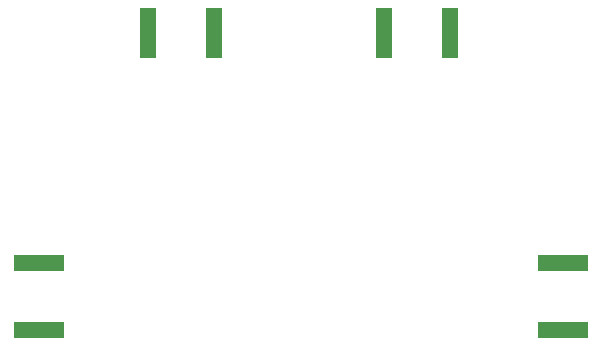
<source format=gbr>
%TF.GenerationSoftware,KiCad,Pcbnew,8.0.2*%
%TF.CreationDate,2025-01-11T01:17:19-03:00*%
%TF.ProjectId,LumiCom_Transmitter,4c756d69-436f-46d5-9f54-72616e736d69,rev?*%
%TF.SameCoordinates,Original*%
%TF.FileFunction,Paste,Bot*%
%TF.FilePolarity,Positive*%
%FSLAX46Y46*%
G04 Gerber Fmt 4.6, Leading zero omitted, Abs format (unit mm)*
G04 Created by KiCad (PCBNEW 8.0.2) date 2025-01-11 01:17:19*
%MOMM*%
%LPD*%
G01*
G04 APERTURE LIST*
%ADD10R,4.200000X1.350000*%
%ADD11R,1.350000X4.200000*%
G04 APERTURE END LIST*
D10*
%TO.C,J2*%
X147337500Y-77825000D03*
X147337500Y-72175000D03*
%TD*%
D11*
%TO.C,J5*%
X117825000Y-52662500D03*
X112175000Y-52662500D03*
%TD*%
D10*
%TO.C,J3*%
X103000000Y-72175000D03*
X103000000Y-77825000D03*
%TD*%
D11*
%TO.C,J4*%
X137825000Y-52662500D03*
X132175000Y-52662500D03*
%TD*%
M02*

</source>
